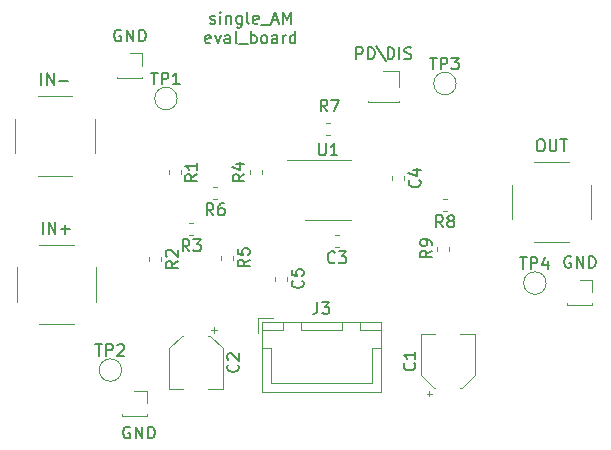
<source format=gbr>
G04 #@! TF.GenerationSoftware,KiCad,Pcbnew,(5.1.2)-2*
G04 #@! TF.CreationDate,2019-07-17T10:15:28+08:00*
G04 #@! TF.ProjectId,single_AM_eval_board,73696e67-6c65-45f4-914d-5f6576616c5f,rev?*
G04 #@! TF.SameCoordinates,Original*
G04 #@! TF.FileFunction,Legend,Top*
G04 #@! TF.FilePolarity,Positive*
%FSLAX46Y46*%
G04 Gerber Fmt 4.6, Leading zero omitted, Abs format (unit mm)*
G04 Created by KiCad (PCBNEW (5.1.2)-2) date 2019-07-17 10:15:28*
%MOMM*%
%LPD*%
G04 APERTURE LIST*
%ADD10C,0.150000*%
%ADD11C,0.120000*%
G04 APERTURE END LIST*
D10*
X114744928Y-120864761D02*
X114840166Y-120912380D01*
X115030642Y-120912380D01*
X115125880Y-120864761D01*
X115173500Y-120769523D01*
X115173500Y-120721904D01*
X115125880Y-120626666D01*
X115030642Y-120579047D01*
X114887785Y-120579047D01*
X114792547Y-120531428D01*
X114744928Y-120436190D01*
X114744928Y-120388571D01*
X114792547Y-120293333D01*
X114887785Y-120245714D01*
X115030642Y-120245714D01*
X115125880Y-120293333D01*
X115602071Y-120912380D02*
X115602071Y-120245714D01*
X115602071Y-119912380D02*
X115554452Y-119960000D01*
X115602071Y-120007619D01*
X115649690Y-119960000D01*
X115602071Y-119912380D01*
X115602071Y-120007619D01*
X116078261Y-120245714D02*
X116078261Y-120912380D01*
X116078261Y-120340952D02*
X116125880Y-120293333D01*
X116221119Y-120245714D01*
X116363976Y-120245714D01*
X116459214Y-120293333D01*
X116506833Y-120388571D01*
X116506833Y-120912380D01*
X117411595Y-120245714D02*
X117411595Y-121055238D01*
X117363976Y-121150476D01*
X117316357Y-121198095D01*
X117221119Y-121245714D01*
X117078261Y-121245714D01*
X116983023Y-121198095D01*
X117411595Y-120864761D02*
X117316357Y-120912380D01*
X117125880Y-120912380D01*
X117030642Y-120864761D01*
X116983023Y-120817142D01*
X116935404Y-120721904D01*
X116935404Y-120436190D01*
X116983023Y-120340952D01*
X117030642Y-120293333D01*
X117125880Y-120245714D01*
X117316357Y-120245714D01*
X117411595Y-120293333D01*
X118030642Y-120912380D02*
X117935404Y-120864761D01*
X117887785Y-120769523D01*
X117887785Y-119912380D01*
X118792547Y-120864761D02*
X118697309Y-120912380D01*
X118506833Y-120912380D01*
X118411595Y-120864761D01*
X118363976Y-120769523D01*
X118363976Y-120388571D01*
X118411595Y-120293333D01*
X118506833Y-120245714D01*
X118697309Y-120245714D01*
X118792547Y-120293333D01*
X118840166Y-120388571D01*
X118840166Y-120483809D01*
X118363976Y-120579047D01*
X119030642Y-121007619D02*
X119792547Y-121007619D01*
X119983023Y-120626666D02*
X120459214Y-120626666D01*
X119887785Y-120912380D02*
X120221119Y-119912380D01*
X120554452Y-120912380D01*
X120887785Y-120912380D02*
X120887785Y-119912380D01*
X121221119Y-120626666D01*
X121554452Y-119912380D01*
X121554452Y-120912380D01*
X114768738Y-122514761D02*
X114673500Y-122562380D01*
X114483023Y-122562380D01*
X114387785Y-122514761D01*
X114340166Y-122419523D01*
X114340166Y-122038571D01*
X114387785Y-121943333D01*
X114483023Y-121895714D01*
X114673500Y-121895714D01*
X114768738Y-121943333D01*
X114816357Y-122038571D01*
X114816357Y-122133809D01*
X114340166Y-122229047D01*
X115149690Y-121895714D02*
X115387785Y-122562380D01*
X115625880Y-121895714D01*
X116435404Y-122562380D02*
X116435404Y-122038571D01*
X116387785Y-121943333D01*
X116292547Y-121895714D01*
X116102071Y-121895714D01*
X116006833Y-121943333D01*
X116435404Y-122514761D02*
X116340166Y-122562380D01*
X116102071Y-122562380D01*
X116006833Y-122514761D01*
X115959214Y-122419523D01*
X115959214Y-122324285D01*
X116006833Y-122229047D01*
X116102071Y-122181428D01*
X116340166Y-122181428D01*
X116435404Y-122133809D01*
X117054452Y-122562380D02*
X116959214Y-122514761D01*
X116911595Y-122419523D01*
X116911595Y-121562380D01*
X117197309Y-122657619D02*
X117959214Y-122657619D01*
X118197309Y-122562380D02*
X118197309Y-121562380D01*
X118197309Y-121943333D02*
X118292547Y-121895714D01*
X118483023Y-121895714D01*
X118578261Y-121943333D01*
X118625880Y-121990952D01*
X118673500Y-122086190D01*
X118673500Y-122371904D01*
X118625880Y-122467142D01*
X118578261Y-122514761D01*
X118483023Y-122562380D01*
X118292547Y-122562380D01*
X118197309Y-122514761D01*
X119244928Y-122562380D02*
X119149690Y-122514761D01*
X119102071Y-122467142D01*
X119054452Y-122371904D01*
X119054452Y-122086190D01*
X119102071Y-121990952D01*
X119149690Y-121943333D01*
X119244928Y-121895714D01*
X119387785Y-121895714D01*
X119483023Y-121943333D01*
X119530642Y-121990952D01*
X119578261Y-122086190D01*
X119578261Y-122371904D01*
X119530642Y-122467142D01*
X119483023Y-122514761D01*
X119387785Y-122562380D01*
X119244928Y-122562380D01*
X120435404Y-122562380D02*
X120435404Y-122038571D01*
X120387785Y-121943333D01*
X120292547Y-121895714D01*
X120102071Y-121895714D01*
X120006833Y-121943333D01*
X120435404Y-122514761D02*
X120340166Y-122562380D01*
X120102071Y-122562380D01*
X120006833Y-122514761D01*
X119959214Y-122419523D01*
X119959214Y-122324285D01*
X120006833Y-122229047D01*
X120102071Y-122181428D01*
X120340166Y-122181428D01*
X120435404Y-122133809D01*
X120911595Y-122562380D02*
X120911595Y-121895714D01*
X120911595Y-122086190D02*
X120959214Y-121990952D01*
X121006833Y-121943333D01*
X121102071Y-121895714D01*
X121197309Y-121895714D01*
X121959214Y-122562380D02*
X121959214Y-121562380D01*
X121959214Y-122514761D02*
X121863976Y-122562380D01*
X121673500Y-122562380D01*
X121578261Y-122514761D01*
X121530642Y-122467142D01*
X121483023Y-122371904D01*
X121483023Y-122086190D01*
X121530642Y-121990952D01*
X121578261Y-121943333D01*
X121673500Y-121895714D01*
X121863976Y-121895714D01*
X121959214Y-121943333D01*
D11*
X144990000Y-144697000D02*
X147110000Y-144697000D01*
X144990000Y-144577000D02*
X144990000Y-144697000D01*
X147110000Y-144577000D02*
X147110000Y-144697000D01*
X147110000Y-142577000D02*
X147110000Y-143637000D01*
X146050000Y-142577000D02*
X147110000Y-142577000D01*
X107271000Y-154095000D02*
X109391000Y-154095000D01*
X107271000Y-153975000D02*
X107271000Y-154095000D01*
X109391000Y-153975000D02*
X109391000Y-154095000D01*
X109391000Y-151975000D02*
X109391000Y-153035000D01*
X108331000Y-151975000D02*
X109391000Y-151975000D01*
X107950000Y-123400000D02*
X109010000Y-123400000D01*
X109010000Y-123400000D02*
X109010000Y-124460000D01*
X109010000Y-125400000D02*
X109010000Y-125520000D01*
X106890000Y-125400000D02*
X106890000Y-125520000D01*
X106890000Y-125520000D02*
X109010000Y-125520000D01*
X143190000Y-142875000D02*
G75*
G03X143190000Y-142875000I-950000J0D01*
G01*
X107249000Y-150241000D02*
G75*
G03X107249000Y-150241000I-950000J0D01*
G01*
X111948000Y-127254000D02*
G75*
G03X111948000Y-127254000I-950000J0D01*
G01*
X125647267Y-139829000D02*
X125304733Y-139829000D01*
X125647267Y-138809000D02*
X125304733Y-138809000D01*
X137134000Y-147219000D02*
X135934000Y-147219000D01*
X132614000Y-147219000D02*
X133814000Y-147219000D01*
X132614000Y-150674563D02*
X132614000Y-147219000D01*
X137134000Y-150674563D02*
X137134000Y-147219000D01*
X136069563Y-151739000D02*
X135934000Y-151739000D01*
X133678437Y-151739000D02*
X133814000Y-151739000D01*
X133678437Y-151739000D02*
X132614000Y-150674563D01*
X136069563Y-151739000D02*
X137134000Y-150674563D01*
X133314000Y-152479000D02*
X133314000Y-151979000D01*
X133064000Y-152229000D02*
X133564000Y-152229000D01*
X115348000Y-146856000D02*
X114848000Y-146856000D01*
X115098000Y-146606000D02*
X115098000Y-147106000D01*
X112342437Y-147346000D02*
X111278000Y-148410437D01*
X114733563Y-147346000D02*
X115798000Y-148410437D01*
X114733563Y-147346000D02*
X114598000Y-147346000D01*
X112342437Y-147346000D02*
X112478000Y-147346000D01*
X111278000Y-148410437D02*
X111278000Y-151866000D01*
X115798000Y-148410437D02*
X115798000Y-151866000D01*
X115798000Y-151866000D02*
X114598000Y-151866000D01*
X111278000Y-151866000D02*
X112478000Y-151866000D01*
X131193000Y-133813733D02*
X131193000Y-134156267D01*
X130173000Y-133813733D02*
X130173000Y-134156267D01*
X120267000Y-142322733D02*
X120267000Y-142665267D01*
X121287000Y-142322733D02*
X121287000Y-142665267D01*
X98245000Y-128979000D02*
X98245000Y-131879000D01*
X104955000Y-128979000D02*
X104955000Y-131879000D01*
X100150000Y-133784000D02*
X103050000Y-133784000D01*
X100150000Y-127074000D02*
X103050000Y-127074000D01*
X100277000Y-139647000D02*
X103177000Y-139647000D01*
X100277000Y-146357000D02*
X103177000Y-146357000D01*
X105082000Y-141552000D02*
X105082000Y-144452000D01*
X98372000Y-141552000D02*
X98372000Y-144452000D01*
X119106000Y-146130000D02*
X119106000Y-152100000D01*
X119106000Y-152100000D02*
X129226000Y-152100000D01*
X129226000Y-152100000D02*
X129226000Y-146130000D01*
X129226000Y-146130000D02*
X119106000Y-146130000D01*
X122416000Y-146140000D02*
X122416000Y-146890000D01*
X122416000Y-146890000D02*
X125916000Y-146890000D01*
X125916000Y-146890000D02*
X125916000Y-146140000D01*
X125916000Y-146140000D02*
X122416000Y-146140000D01*
X119116000Y-146140000D02*
X119116000Y-146890000D01*
X119116000Y-146890000D02*
X120916000Y-146890000D01*
X120916000Y-146890000D02*
X120916000Y-146140000D01*
X120916000Y-146140000D02*
X119116000Y-146140000D01*
X127416000Y-146140000D02*
X127416000Y-146890000D01*
X127416000Y-146890000D02*
X129216000Y-146890000D01*
X129216000Y-146890000D02*
X129216000Y-146140000D01*
X129216000Y-146140000D02*
X127416000Y-146140000D01*
X119116000Y-148390000D02*
X119866000Y-148390000D01*
X119866000Y-148390000D02*
X119866000Y-151340000D01*
X119866000Y-151340000D02*
X124166000Y-151340000D01*
X129216000Y-148390000D02*
X128466000Y-148390000D01*
X128466000Y-148390000D02*
X128466000Y-151340000D01*
X128466000Y-151340000D02*
X124166000Y-151340000D01*
X120066000Y-145840000D02*
X118816000Y-145840000D01*
X118816000Y-145840000D02*
X118816000Y-147090000D01*
X140282000Y-134567000D02*
X140282000Y-137467000D01*
X146992000Y-134567000D02*
X146992000Y-137467000D01*
X142187000Y-139372000D02*
X145087000Y-139372000D01*
X142187000Y-132662000D02*
X145087000Y-132662000D01*
X111250000Y-133305733D02*
X111250000Y-133648267D01*
X112270000Y-133305733D02*
X112270000Y-133648267D01*
X110619000Y-140671733D02*
X110619000Y-141014267D01*
X109599000Y-140671733D02*
X109599000Y-141014267D01*
X113328267Y-137793000D02*
X112985733Y-137793000D01*
X113328267Y-138813000D02*
X112985733Y-138813000D01*
X119128000Y-133648267D02*
X119128000Y-133305733D01*
X118108000Y-133648267D02*
X118108000Y-133305733D01*
X116715000Y-140544733D02*
X116715000Y-140887267D01*
X115695000Y-140544733D02*
X115695000Y-140887267D01*
X115360267Y-135765000D02*
X115017733Y-135765000D01*
X115360267Y-134745000D02*
X115017733Y-134745000D01*
X124885267Y-129284000D02*
X124542733Y-129284000D01*
X124885267Y-130304000D02*
X124542733Y-130304000D01*
X134791267Y-135761000D02*
X134448733Y-135761000D01*
X134791267Y-136781000D02*
X134448733Y-136781000D01*
X133983000Y-140125267D02*
X133983000Y-139782733D01*
X135003000Y-140125267D02*
X135003000Y-139782733D01*
X135570000Y-125984000D02*
G75*
G03X135570000Y-125984000I-950000J0D01*
G01*
X124714000Y-137561000D02*
X126664000Y-137561000D01*
X124714000Y-137561000D02*
X122764000Y-137561000D01*
X124714000Y-132441000D02*
X126664000Y-132441000D01*
X124714000Y-132441000D02*
X121264000Y-132441000D01*
X128083000Y-127568000D02*
X130743000Y-127568000D01*
X128083000Y-127448000D02*
X128083000Y-127568000D01*
X130743000Y-127448000D02*
X130743000Y-127568000D01*
X130743000Y-124908000D02*
X130743000Y-126238000D01*
X129413000Y-124908000D02*
X130743000Y-124908000D01*
D10*
X145288095Y-140637000D02*
X145192857Y-140589380D01*
X145050000Y-140589380D01*
X144907142Y-140637000D01*
X144811904Y-140732238D01*
X144764285Y-140827476D01*
X144716666Y-141017952D01*
X144716666Y-141160809D01*
X144764285Y-141351285D01*
X144811904Y-141446523D01*
X144907142Y-141541761D01*
X145050000Y-141589380D01*
X145145238Y-141589380D01*
X145288095Y-141541761D01*
X145335714Y-141494142D01*
X145335714Y-141160809D01*
X145145238Y-141160809D01*
X145764285Y-141589380D02*
X145764285Y-140589380D01*
X146335714Y-141589380D01*
X146335714Y-140589380D01*
X146811904Y-141589380D02*
X146811904Y-140589380D01*
X147050000Y-140589380D01*
X147192857Y-140637000D01*
X147288095Y-140732238D01*
X147335714Y-140827476D01*
X147383333Y-141017952D01*
X147383333Y-141160809D01*
X147335714Y-141351285D01*
X147288095Y-141446523D01*
X147192857Y-141541761D01*
X147050000Y-141589380D01*
X146811904Y-141589380D01*
X107950095Y-155075000D02*
X107854857Y-155027380D01*
X107712000Y-155027380D01*
X107569142Y-155075000D01*
X107473904Y-155170238D01*
X107426285Y-155265476D01*
X107378666Y-155455952D01*
X107378666Y-155598809D01*
X107426285Y-155789285D01*
X107473904Y-155884523D01*
X107569142Y-155979761D01*
X107712000Y-156027380D01*
X107807238Y-156027380D01*
X107950095Y-155979761D01*
X107997714Y-155932142D01*
X107997714Y-155598809D01*
X107807238Y-155598809D01*
X108426285Y-156027380D02*
X108426285Y-155027380D01*
X108997714Y-156027380D01*
X108997714Y-155027380D01*
X109473904Y-156027380D02*
X109473904Y-155027380D01*
X109712000Y-155027380D01*
X109854857Y-155075000D01*
X109950095Y-155170238D01*
X109997714Y-155265476D01*
X110045333Y-155455952D01*
X110045333Y-155598809D01*
X109997714Y-155789285D01*
X109950095Y-155884523D01*
X109854857Y-155979761D01*
X109712000Y-156027380D01*
X109473904Y-156027380D01*
X107188095Y-121460000D02*
X107092857Y-121412380D01*
X106950000Y-121412380D01*
X106807142Y-121460000D01*
X106711904Y-121555238D01*
X106664285Y-121650476D01*
X106616666Y-121840952D01*
X106616666Y-121983809D01*
X106664285Y-122174285D01*
X106711904Y-122269523D01*
X106807142Y-122364761D01*
X106950000Y-122412380D01*
X107045238Y-122412380D01*
X107188095Y-122364761D01*
X107235714Y-122317142D01*
X107235714Y-121983809D01*
X107045238Y-121983809D01*
X107664285Y-122412380D02*
X107664285Y-121412380D01*
X108235714Y-122412380D01*
X108235714Y-121412380D01*
X108711904Y-122412380D02*
X108711904Y-121412380D01*
X108950000Y-121412380D01*
X109092857Y-121460000D01*
X109188095Y-121555238D01*
X109235714Y-121650476D01*
X109283333Y-121840952D01*
X109283333Y-121983809D01*
X109235714Y-122174285D01*
X109188095Y-122269523D01*
X109092857Y-122364761D01*
X108950000Y-122412380D01*
X108711904Y-122412380D01*
X140978095Y-140679380D02*
X141549523Y-140679380D01*
X141263809Y-141679380D02*
X141263809Y-140679380D01*
X141882857Y-141679380D02*
X141882857Y-140679380D01*
X142263809Y-140679380D01*
X142359047Y-140727000D01*
X142406666Y-140774619D01*
X142454285Y-140869857D01*
X142454285Y-141012714D01*
X142406666Y-141107952D01*
X142359047Y-141155571D01*
X142263809Y-141203190D01*
X141882857Y-141203190D01*
X143311428Y-141012714D02*
X143311428Y-141679380D01*
X143073333Y-140631761D02*
X142835238Y-141346047D01*
X143454285Y-141346047D01*
X105037095Y-148045380D02*
X105608523Y-148045380D01*
X105322809Y-149045380D02*
X105322809Y-148045380D01*
X105941857Y-149045380D02*
X105941857Y-148045380D01*
X106322809Y-148045380D01*
X106418047Y-148093000D01*
X106465666Y-148140619D01*
X106513285Y-148235857D01*
X106513285Y-148378714D01*
X106465666Y-148473952D01*
X106418047Y-148521571D01*
X106322809Y-148569190D01*
X105941857Y-148569190D01*
X106894238Y-148140619D02*
X106941857Y-148093000D01*
X107037095Y-148045380D01*
X107275190Y-148045380D01*
X107370428Y-148093000D01*
X107418047Y-148140619D01*
X107465666Y-148235857D01*
X107465666Y-148331095D01*
X107418047Y-148473952D01*
X106846619Y-149045380D01*
X107465666Y-149045380D01*
X109736095Y-125058380D02*
X110307523Y-125058380D01*
X110021809Y-126058380D02*
X110021809Y-125058380D01*
X110640857Y-126058380D02*
X110640857Y-125058380D01*
X111021809Y-125058380D01*
X111117047Y-125106000D01*
X111164666Y-125153619D01*
X111212285Y-125248857D01*
X111212285Y-125391714D01*
X111164666Y-125486952D01*
X111117047Y-125534571D01*
X111021809Y-125582190D01*
X110640857Y-125582190D01*
X112164666Y-126058380D02*
X111593238Y-126058380D01*
X111878952Y-126058380D02*
X111878952Y-125058380D01*
X111783714Y-125201238D01*
X111688476Y-125296476D01*
X111593238Y-125344095D01*
X125309333Y-141106142D02*
X125261714Y-141153761D01*
X125118857Y-141201380D01*
X125023619Y-141201380D01*
X124880761Y-141153761D01*
X124785523Y-141058523D01*
X124737904Y-140963285D01*
X124690285Y-140772809D01*
X124690285Y-140629952D01*
X124737904Y-140439476D01*
X124785523Y-140344238D01*
X124880761Y-140249000D01*
X125023619Y-140201380D01*
X125118857Y-140201380D01*
X125261714Y-140249000D01*
X125309333Y-140296619D01*
X125642666Y-140201380D02*
X126261714Y-140201380D01*
X125928380Y-140582333D01*
X126071238Y-140582333D01*
X126166476Y-140629952D01*
X126214095Y-140677571D01*
X126261714Y-140772809D01*
X126261714Y-141010904D01*
X126214095Y-141106142D01*
X126166476Y-141153761D01*
X126071238Y-141201380D01*
X125785523Y-141201380D01*
X125690285Y-141153761D01*
X125642666Y-141106142D01*
X132031142Y-149645666D02*
X132078761Y-149693285D01*
X132126380Y-149836142D01*
X132126380Y-149931380D01*
X132078761Y-150074238D01*
X131983523Y-150169476D01*
X131888285Y-150217095D01*
X131697809Y-150264714D01*
X131554952Y-150264714D01*
X131364476Y-150217095D01*
X131269238Y-150169476D01*
X131174000Y-150074238D01*
X131126380Y-149931380D01*
X131126380Y-149836142D01*
X131174000Y-149693285D01*
X131221619Y-149645666D01*
X132126380Y-148693285D02*
X132126380Y-149264714D01*
X132126380Y-148979000D02*
X131126380Y-148979000D01*
X131269238Y-149074238D01*
X131364476Y-149169476D01*
X131412095Y-149264714D01*
X117095142Y-149772666D02*
X117142761Y-149820285D01*
X117190380Y-149963142D01*
X117190380Y-150058380D01*
X117142761Y-150201238D01*
X117047523Y-150296476D01*
X116952285Y-150344095D01*
X116761809Y-150391714D01*
X116618952Y-150391714D01*
X116428476Y-150344095D01*
X116333238Y-150296476D01*
X116238000Y-150201238D01*
X116190380Y-150058380D01*
X116190380Y-149963142D01*
X116238000Y-149820285D01*
X116285619Y-149772666D01*
X116285619Y-149391714D02*
X116238000Y-149344095D01*
X116190380Y-149248857D01*
X116190380Y-149010761D01*
X116238000Y-148915523D01*
X116285619Y-148867904D01*
X116380857Y-148820285D01*
X116476095Y-148820285D01*
X116618952Y-148867904D01*
X117190380Y-149439333D01*
X117190380Y-148820285D01*
X132470142Y-134151666D02*
X132517761Y-134199285D01*
X132565380Y-134342142D01*
X132565380Y-134437380D01*
X132517761Y-134580238D01*
X132422523Y-134675476D01*
X132327285Y-134723095D01*
X132136809Y-134770714D01*
X131993952Y-134770714D01*
X131803476Y-134723095D01*
X131708238Y-134675476D01*
X131613000Y-134580238D01*
X131565380Y-134437380D01*
X131565380Y-134342142D01*
X131613000Y-134199285D01*
X131660619Y-134151666D01*
X131898714Y-133294523D02*
X132565380Y-133294523D01*
X131517761Y-133532619D02*
X132232047Y-133770714D01*
X132232047Y-133151666D01*
X122564142Y-142660666D02*
X122611761Y-142708285D01*
X122659380Y-142851142D01*
X122659380Y-142946380D01*
X122611761Y-143089238D01*
X122516523Y-143184476D01*
X122421285Y-143232095D01*
X122230809Y-143279714D01*
X122087952Y-143279714D01*
X121897476Y-143232095D01*
X121802238Y-143184476D01*
X121707000Y-143089238D01*
X121659380Y-142946380D01*
X121659380Y-142851142D01*
X121707000Y-142708285D01*
X121754619Y-142660666D01*
X121659380Y-141755904D02*
X121659380Y-142232095D01*
X122135571Y-142279714D01*
X122087952Y-142232095D01*
X122040333Y-142136857D01*
X122040333Y-141898761D01*
X122087952Y-141803523D01*
X122135571Y-141755904D01*
X122230809Y-141708285D01*
X122468904Y-141708285D01*
X122564142Y-141755904D01*
X122611761Y-141803523D01*
X122659380Y-141898761D01*
X122659380Y-142136857D01*
X122611761Y-142232095D01*
X122564142Y-142279714D01*
X100457142Y-126131380D02*
X100457142Y-125131380D01*
X100933333Y-126131380D02*
X100933333Y-125131380D01*
X101504761Y-126131380D01*
X101504761Y-125131380D01*
X101980952Y-125750428D02*
X102742857Y-125750428D01*
X100584142Y-138704380D02*
X100584142Y-137704380D01*
X101060333Y-138704380D02*
X101060333Y-137704380D01*
X101631761Y-138704380D01*
X101631761Y-137704380D01*
X102107952Y-138323428D02*
X102869857Y-138323428D01*
X102488904Y-138704380D02*
X102488904Y-137942476D01*
X123832666Y-144492380D02*
X123832666Y-145206666D01*
X123785047Y-145349523D01*
X123689809Y-145444761D01*
X123546952Y-145492380D01*
X123451714Y-145492380D01*
X124213619Y-144492380D02*
X124832666Y-144492380D01*
X124499333Y-144873333D01*
X124642190Y-144873333D01*
X124737428Y-144920952D01*
X124785047Y-144968571D01*
X124832666Y-145063809D01*
X124832666Y-145301904D01*
X124785047Y-145397142D01*
X124737428Y-145444761D01*
X124642190Y-145492380D01*
X124356476Y-145492380D01*
X124261238Y-145444761D01*
X124213619Y-145397142D01*
X142637000Y-130719380D02*
X142827476Y-130719380D01*
X142922714Y-130767000D01*
X143017952Y-130862238D01*
X143065571Y-131052714D01*
X143065571Y-131386047D01*
X143017952Y-131576523D01*
X142922714Y-131671761D01*
X142827476Y-131719380D01*
X142637000Y-131719380D01*
X142541761Y-131671761D01*
X142446523Y-131576523D01*
X142398904Y-131386047D01*
X142398904Y-131052714D01*
X142446523Y-130862238D01*
X142541761Y-130767000D01*
X142637000Y-130719380D01*
X143494142Y-130719380D02*
X143494142Y-131528904D01*
X143541761Y-131624142D01*
X143589380Y-131671761D01*
X143684619Y-131719380D01*
X143875095Y-131719380D01*
X143970333Y-131671761D01*
X144017952Y-131624142D01*
X144065571Y-131528904D01*
X144065571Y-130719380D01*
X144398904Y-130719380D02*
X144970333Y-130719380D01*
X144684619Y-131719380D02*
X144684619Y-130719380D01*
X113642380Y-133643666D02*
X113166190Y-133977000D01*
X113642380Y-134215095D02*
X112642380Y-134215095D01*
X112642380Y-133834142D01*
X112690000Y-133738904D01*
X112737619Y-133691285D01*
X112832857Y-133643666D01*
X112975714Y-133643666D01*
X113070952Y-133691285D01*
X113118571Y-133738904D01*
X113166190Y-133834142D01*
X113166190Y-134215095D01*
X113642380Y-132691285D02*
X113642380Y-133262714D01*
X113642380Y-132977000D02*
X112642380Y-132977000D01*
X112785238Y-133072238D01*
X112880476Y-133167476D01*
X112928095Y-133262714D01*
X111991380Y-141009666D02*
X111515190Y-141343000D01*
X111991380Y-141581095D02*
X110991380Y-141581095D01*
X110991380Y-141200142D01*
X111039000Y-141104904D01*
X111086619Y-141057285D01*
X111181857Y-141009666D01*
X111324714Y-141009666D01*
X111419952Y-141057285D01*
X111467571Y-141104904D01*
X111515190Y-141200142D01*
X111515190Y-141581095D01*
X111086619Y-140628714D02*
X111039000Y-140581095D01*
X110991380Y-140485857D01*
X110991380Y-140247761D01*
X111039000Y-140152523D01*
X111086619Y-140104904D01*
X111181857Y-140057285D01*
X111277095Y-140057285D01*
X111419952Y-140104904D01*
X111991380Y-140676333D01*
X111991380Y-140057285D01*
X112990333Y-140185380D02*
X112657000Y-139709190D01*
X112418904Y-140185380D02*
X112418904Y-139185380D01*
X112799857Y-139185380D01*
X112895095Y-139233000D01*
X112942714Y-139280619D01*
X112990333Y-139375857D01*
X112990333Y-139518714D01*
X112942714Y-139613952D01*
X112895095Y-139661571D01*
X112799857Y-139709190D01*
X112418904Y-139709190D01*
X113323666Y-139185380D02*
X113942714Y-139185380D01*
X113609380Y-139566333D01*
X113752238Y-139566333D01*
X113847476Y-139613952D01*
X113895095Y-139661571D01*
X113942714Y-139756809D01*
X113942714Y-139994904D01*
X113895095Y-140090142D01*
X113847476Y-140137761D01*
X113752238Y-140185380D01*
X113466523Y-140185380D01*
X113371285Y-140137761D01*
X113323666Y-140090142D01*
X117640380Y-133643666D02*
X117164190Y-133977000D01*
X117640380Y-134215095D02*
X116640380Y-134215095D01*
X116640380Y-133834142D01*
X116688000Y-133738904D01*
X116735619Y-133691285D01*
X116830857Y-133643666D01*
X116973714Y-133643666D01*
X117068952Y-133691285D01*
X117116571Y-133738904D01*
X117164190Y-133834142D01*
X117164190Y-134215095D01*
X116973714Y-132786523D02*
X117640380Y-132786523D01*
X116592761Y-133024619D02*
X117307047Y-133262714D01*
X117307047Y-132643666D01*
X118087380Y-140882666D02*
X117611190Y-141216000D01*
X118087380Y-141454095D02*
X117087380Y-141454095D01*
X117087380Y-141073142D01*
X117135000Y-140977904D01*
X117182619Y-140930285D01*
X117277857Y-140882666D01*
X117420714Y-140882666D01*
X117515952Y-140930285D01*
X117563571Y-140977904D01*
X117611190Y-141073142D01*
X117611190Y-141454095D01*
X117087380Y-139977904D02*
X117087380Y-140454095D01*
X117563571Y-140501714D01*
X117515952Y-140454095D01*
X117468333Y-140358857D01*
X117468333Y-140120761D01*
X117515952Y-140025523D01*
X117563571Y-139977904D01*
X117658809Y-139930285D01*
X117896904Y-139930285D01*
X117992142Y-139977904D01*
X118039761Y-140025523D01*
X118087380Y-140120761D01*
X118087380Y-140358857D01*
X118039761Y-140454095D01*
X117992142Y-140501714D01*
X115022333Y-137137380D02*
X114689000Y-136661190D01*
X114450904Y-137137380D02*
X114450904Y-136137380D01*
X114831857Y-136137380D01*
X114927095Y-136185000D01*
X114974714Y-136232619D01*
X115022333Y-136327857D01*
X115022333Y-136470714D01*
X114974714Y-136565952D01*
X114927095Y-136613571D01*
X114831857Y-136661190D01*
X114450904Y-136661190D01*
X115879476Y-136137380D02*
X115689000Y-136137380D01*
X115593761Y-136185000D01*
X115546142Y-136232619D01*
X115450904Y-136375476D01*
X115403285Y-136565952D01*
X115403285Y-136946904D01*
X115450904Y-137042142D01*
X115498523Y-137089761D01*
X115593761Y-137137380D01*
X115784238Y-137137380D01*
X115879476Y-137089761D01*
X115927095Y-137042142D01*
X115974714Y-136946904D01*
X115974714Y-136708809D01*
X115927095Y-136613571D01*
X115879476Y-136565952D01*
X115784238Y-136518333D01*
X115593761Y-136518333D01*
X115498523Y-136565952D01*
X115450904Y-136613571D01*
X115403285Y-136708809D01*
X124674333Y-128341380D02*
X124341000Y-127865190D01*
X124102904Y-128341380D02*
X124102904Y-127341380D01*
X124483857Y-127341380D01*
X124579095Y-127389000D01*
X124626714Y-127436619D01*
X124674333Y-127531857D01*
X124674333Y-127674714D01*
X124626714Y-127769952D01*
X124579095Y-127817571D01*
X124483857Y-127865190D01*
X124102904Y-127865190D01*
X125007666Y-127341380D02*
X125674333Y-127341380D01*
X125245761Y-128341380D01*
X134453333Y-138153380D02*
X134120000Y-137677190D01*
X133881904Y-138153380D02*
X133881904Y-137153380D01*
X134262857Y-137153380D01*
X134358095Y-137201000D01*
X134405714Y-137248619D01*
X134453333Y-137343857D01*
X134453333Y-137486714D01*
X134405714Y-137581952D01*
X134358095Y-137629571D01*
X134262857Y-137677190D01*
X133881904Y-137677190D01*
X135024761Y-137581952D02*
X134929523Y-137534333D01*
X134881904Y-137486714D01*
X134834285Y-137391476D01*
X134834285Y-137343857D01*
X134881904Y-137248619D01*
X134929523Y-137201000D01*
X135024761Y-137153380D01*
X135215238Y-137153380D01*
X135310476Y-137201000D01*
X135358095Y-137248619D01*
X135405714Y-137343857D01*
X135405714Y-137391476D01*
X135358095Y-137486714D01*
X135310476Y-137534333D01*
X135215238Y-137581952D01*
X135024761Y-137581952D01*
X134929523Y-137629571D01*
X134881904Y-137677190D01*
X134834285Y-137772428D01*
X134834285Y-137962904D01*
X134881904Y-138058142D01*
X134929523Y-138105761D01*
X135024761Y-138153380D01*
X135215238Y-138153380D01*
X135310476Y-138105761D01*
X135358095Y-138058142D01*
X135405714Y-137962904D01*
X135405714Y-137772428D01*
X135358095Y-137677190D01*
X135310476Y-137629571D01*
X135215238Y-137581952D01*
X133515380Y-140120666D02*
X133039190Y-140454000D01*
X133515380Y-140692095D02*
X132515380Y-140692095D01*
X132515380Y-140311142D01*
X132563000Y-140215904D01*
X132610619Y-140168285D01*
X132705857Y-140120666D01*
X132848714Y-140120666D01*
X132943952Y-140168285D01*
X132991571Y-140215904D01*
X133039190Y-140311142D01*
X133039190Y-140692095D01*
X133515380Y-139644476D02*
X133515380Y-139454000D01*
X133467761Y-139358761D01*
X133420142Y-139311142D01*
X133277285Y-139215904D01*
X133086809Y-139168285D01*
X132705857Y-139168285D01*
X132610619Y-139215904D01*
X132563000Y-139263523D01*
X132515380Y-139358761D01*
X132515380Y-139549238D01*
X132563000Y-139644476D01*
X132610619Y-139692095D01*
X132705857Y-139739714D01*
X132943952Y-139739714D01*
X133039190Y-139692095D01*
X133086809Y-139644476D01*
X133134428Y-139549238D01*
X133134428Y-139358761D01*
X133086809Y-139263523D01*
X133039190Y-139215904D01*
X132943952Y-139168285D01*
X133358095Y-123788380D02*
X133929523Y-123788380D01*
X133643809Y-124788380D02*
X133643809Y-123788380D01*
X134262857Y-124788380D02*
X134262857Y-123788380D01*
X134643809Y-123788380D01*
X134739047Y-123836000D01*
X134786666Y-123883619D01*
X134834285Y-123978857D01*
X134834285Y-124121714D01*
X134786666Y-124216952D01*
X134739047Y-124264571D01*
X134643809Y-124312190D01*
X134262857Y-124312190D01*
X135167619Y-123788380D02*
X135786666Y-123788380D01*
X135453333Y-124169333D01*
X135596190Y-124169333D01*
X135691428Y-124216952D01*
X135739047Y-124264571D01*
X135786666Y-124359809D01*
X135786666Y-124597904D01*
X135739047Y-124693142D01*
X135691428Y-124740761D01*
X135596190Y-124788380D01*
X135310476Y-124788380D01*
X135215238Y-124740761D01*
X135167619Y-124693142D01*
X123952095Y-131053380D02*
X123952095Y-131862904D01*
X123999714Y-131958142D01*
X124047333Y-132005761D01*
X124142571Y-132053380D01*
X124333047Y-132053380D01*
X124428285Y-132005761D01*
X124475904Y-131958142D01*
X124523523Y-131862904D01*
X124523523Y-131053380D01*
X125523523Y-132053380D02*
X124952095Y-132053380D01*
X125237809Y-132053380D02*
X125237809Y-131053380D01*
X125142571Y-131196238D01*
X125047333Y-131291476D01*
X124952095Y-131339095D01*
X127103476Y-123920380D02*
X127103476Y-122920380D01*
X127484428Y-122920380D01*
X127579666Y-122968000D01*
X127627285Y-123015619D01*
X127674904Y-123110857D01*
X127674904Y-123253714D01*
X127627285Y-123348952D01*
X127579666Y-123396571D01*
X127484428Y-123444190D01*
X127103476Y-123444190D01*
X128103476Y-123920380D02*
X128103476Y-122920380D01*
X128341571Y-122920380D01*
X128484428Y-122968000D01*
X128579666Y-123063238D01*
X128627285Y-123158476D01*
X128674904Y-123348952D01*
X128674904Y-123491809D01*
X128627285Y-123682285D01*
X128579666Y-123777523D01*
X128484428Y-123872761D01*
X128341571Y-123920380D01*
X128103476Y-123920380D01*
X128770142Y-122825142D02*
X129627285Y-124110857D01*
X129770142Y-123920380D02*
X129770142Y-122920380D01*
X130008238Y-122920380D01*
X130151095Y-122968000D01*
X130246333Y-123063238D01*
X130293952Y-123158476D01*
X130341571Y-123348952D01*
X130341571Y-123491809D01*
X130293952Y-123682285D01*
X130246333Y-123777523D01*
X130151095Y-123872761D01*
X130008238Y-123920380D01*
X129770142Y-123920380D01*
X130770142Y-123920380D02*
X130770142Y-122920380D01*
X131198714Y-123872761D02*
X131341571Y-123920380D01*
X131579666Y-123920380D01*
X131674904Y-123872761D01*
X131722523Y-123825142D01*
X131770142Y-123729904D01*
X131770142Y-123634666D01*
X131722523Y-123539428D01*
X131674904Y-123491809D01*
X131579666Y-123444190D01*
X131389190Y-123396571D01*
X131293952Y-123348952D01*
X131246333Y-123301333D01*
X131198714Y-123206095D01*
X131198714Y-123110857D01*
X131246333Y-123015619D01*
X131293952Y-122968000D01*
X131389190Y-122920380D01*
X131627285Y-122920380D01*
X131770142Y-122968000D01*
M02*

</source>
